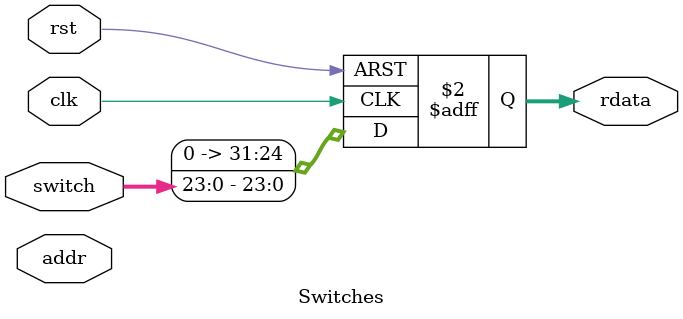
<source format=v>
module Switches (
   input wire        clk,
   input wire        rst,
   input wire [31:0] addr,
   input wire [23:0] switch,

   output reg [31:0] rdata
);

   always @(posedge clk or posedge rst) begin
      if (rst) begin
         rdata <= 32'h0;
      end 
      
      else rdata = {8'b0, switch};
   end
endmodule  //Switches

</source>
